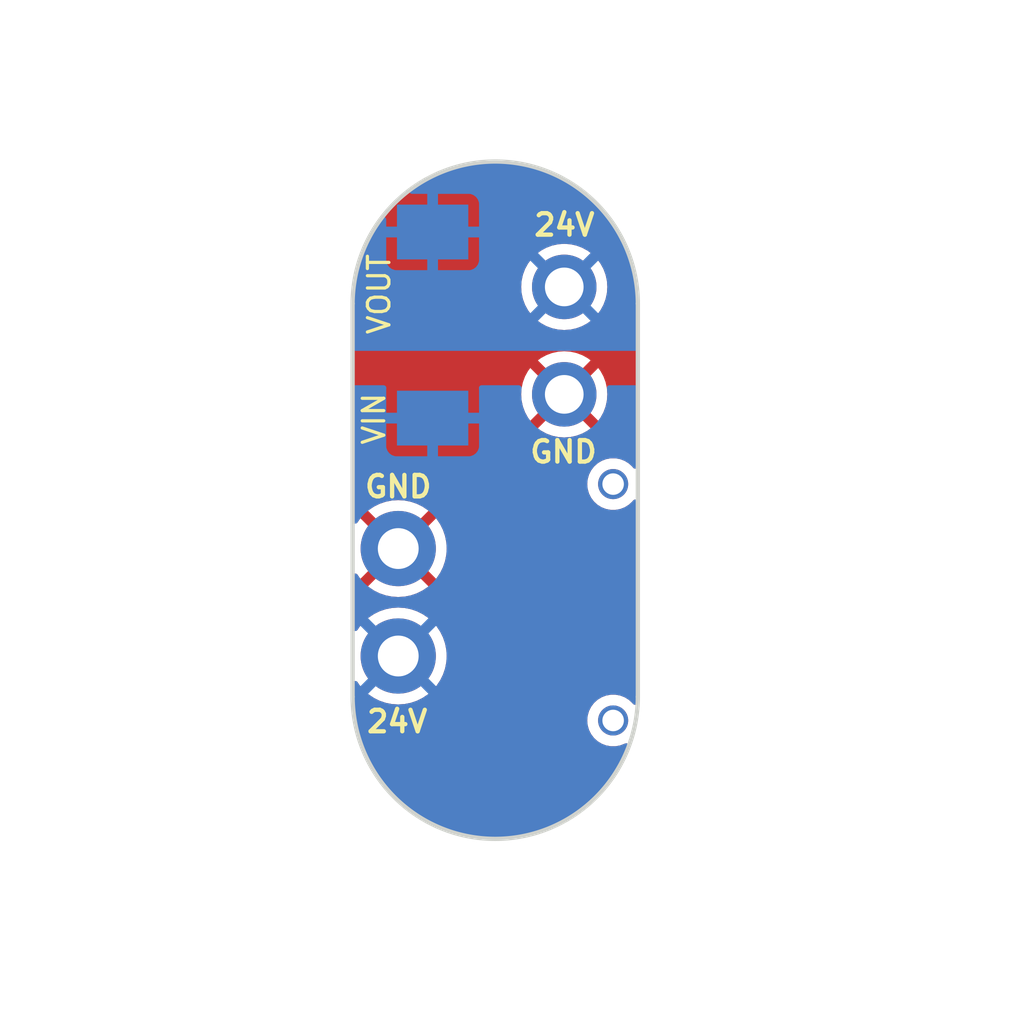
<source format=kicad_pcb>
(kicad_pcb (version 20221018) (generator pcbnew)
  (layers (0 "F.Cu" signal) (31 "B.Cu" signal) (34 "B.Paste" user) (35 "F.Paste" user) (36 "B.SilkS" user "B.Silkscreen") (37 "F.SilkS" user "F.Silkscreen") (38 "B.Mask" user) (39 "F.Mask" user) (44 "Edge.Cuts" user))
  (net 0 "")
  (net 1 "GND")
  (net 2 "+24V")
  (net 3 "+BATT")
  (footprint "xt30:AMASS_XT30PW-M_1x02_P2.50mm_Horizontal" (layer "B.Cu") (at -37 65.4 90)
    (fp_text reference "J1" hide)
    (fp_text value "Conn_01x02_Socket" hide)
    (pad "" thru_hole circle (at -8 10 90) (size 1.4 1.4) (drill 1) (layers "*.Cu" "*.Mask"))
    (pad "" thru_hole circle (at 3 10 90) (size 1.4 1.4) (drill 1) (layers "*.Cu" "*.Mask"))
    (pad "1" thru_hole circle (at 0 0 90) (size 3.5 3.5) (drill 1.9) (layers "*.Cu" "*.Mask") (net 1 "GND"))
    (pad "2" thru_hole circle (at -5 0 90) (size 3.5 3.5) (drill 1.9) (layers "*.Cu" "*.Mask") (net 3 "+BATT"))
  )
  (footprint "xt30:AMASS_XT30UPB-F_1x02_P5.0mm_Vertical" (layer "B.Cu") (at -29.275 58.225 90)
    (fp_text reference "J2" hide)
    (fp_text value "Conn_01x02_Pin" hide)
    (pad "1" thru_hole circle (at 0 0 90) (size 3 3) (drill 1.8) (layers "*.Cu" "*.Mask") (net 1 "GND"))
    (pad "2" thru_hole circle (at 5 0 90) (size 3 3) (drill 1.8) (layers "*.Cu" "*.Mask") (net 2 "+24V"))
  )
  (footprint "smd sicherung:FUSC10131X330N" (layer "B.Cu") (at -35.4 55 90)
    (fp_text reference "F1" hide)
    (fp_text value "SF-3812F3500T-2" hide)
    (pad "1" smd rect (at -4.33 0 90) (size 2.55 3.32) (layers "B.Cu" "B.Paste" "B.Mask") (net 3 "+BATT"))
    (pad "2" smd rect (at 4.33 0 90) (size 2.55 3.32) (layers "B.Cu" "B.Paste" "B.Mask") (net 2 "+24V"))
  )
  (gr_arc (start -25.85 72.298683) (mid -32.48626 78.934943) (end -39.122521 72.298683) (stroke (width 0.2)) (layer "Edge.Cuts"))
  (gr_line (start -39.122521 54) (end -39.122521 72.298683) (stroke (width 0.2)) (layer "Edge.Cuts"))
  (gr_line (start -25.85 72.298683) (end -25.85 54) (stroke (width 0.2)) (layer "Edge.Cuts"))
  (gr_arc (start -39.122521 54) (mid -32.486261 47.36374) (end -25.85 54) (stroke (width 0.2)) (layer "Edge.Cuts"))
  (gr_text "24V" (at -29.27 50.34) (layer "F.SilkS") (effects (font (size 1 1) (thickness 0.2) bold)))
  (gr_text "VOUT" (at -37.89 53.56 90) (layer "F.SilkS") (effects (font (size 1 1))))
  (gr_text "GND" (at -29.31 60.9) (layer "F.SilkS") (effects (font (size 1 1) (thickness 0.2) bold)))
  (gr_text "VIN" (at -38.13 59.36 90) (layer "F.SilkS") (effects (font (size 1 1))))
  (gr_text "24V" (at -37.05 73.45) (layer "F.SilkS") (effects (font (size 1 1) (thickness 0.2) bold)))
  (gr_text "GND" (at -37 62.52) (layer "F.SilkS") (effects (font (size 1 1) (thickness 0.2) bold)))
  (zone (net 1) (net_name "GND") (layer "F.Cu") (connect_pads (clearance 0.5)) (min_thickness 0.25) (fill yes (thermal_gap 0.5) (thermal_bridge_width 0.5))
    (polygon (pts (xy -7.868508 63.7) (xy -7.888341 62.727947) (xy -7.947805 61.757512) (xy -8.046803 60.79031) (xy -8.18517 59.827951) (xy -8.362674 58.872037) (xy -8.579021 57.924158) (xy -8.833851 56.985893) (xy -9.126739 56.058802) (xy -9.457198 55.14443) (xy -9.824678 54.244298) (xy -10.228568 53.359903) (xy -10.668194 52.492719) (xy -11.142826 51.644188) (xy -11.651673 50.815723) (xy -12.193889 50.008702) (xy -12.768571 49.224469) (xy -13.374762 48.46433) (xy -14.011453 47.729548) (xy -14.677586 47.021348) (xy -15.372051 46.340908) (xy -16.093692 45.68936) (xy -16.841308 45.067789) (xy -17.613655 44.47723) (xy -18.409447 43.918665) (xy -19.22736 43.393024) (xy -20.066033 42.901182) (xy -20.924069 42.443958) (xy -21.80004 42.022112) (xy -22.69249 41.636347) (xy -23.599931 41.287305) (xy -24.520854 40.975567) (xy -25.453726 40.701651) (xy -26.396994 40.466013) (xy -27.349089 40.269046) (xy -28.308425 40.111078) (xy -29.273406 39.992371) (xy -30.242426 39.913124) (xy -31.213872 39.873467) (xy -32.186128 39.873467) (xy -33.157574 39.913124) (xy -34.126594 39.992371) (xy -35.091575 40.111078) (xy -36.050911 40.269046) (xy -37.003006 40.466013) (xy -37.946274 40.701651) (xy -38.879146 40.975567) (xy -39.800069 41.287305) (xy -40.70751 41.636347) (xy -41.59996 42.022112) (xy -42.475931 42.443958) (xy -43.333967 42.901182) (xy -44.17264 43.393024) (xy -44.990553 43.918665) (xy -45.786345 44.47723) (xy -46.558692 45.067789) (xy -47.306308 45.68936) (xy -48.027949 46.340908) (xy -48.722414 47.021348) (xy -49.388547 47.729548) (xy -50.025238 48.46433) (xy -50.631429 49.224469) (xy -51.206111 50.008702) (xy -51.748327 50.815723) (xy -52.257174 51.644188) (xy -52.731806 52.492719) (xy -53.171432 53.359903) (xy -53.575322 54.244298) (xy -53.942802 55.14443) (xy -54.273261 56.058802) (xy -54.566149 56.985893) (xy -54.820979 57.924158) (xy -55.037326 58.872037) (xy -55.21483 59.827951) (xy -55.353197 60.79031) (xy -55.452195 61.757512) (xy -55.511659 62.727947) (xy -55.531492 63.7) (xy -55.511659 64.672053) (xy -55.452195 65.642488) (xy -55.353197 66.60969) (xy -55.21483 67.572049) (xy -55.037326 68.527963) (xy -54.820979 69.475842) (xy -54.566149 70.414107) (xy -54.273261 71.341198) (xy -53.942802 72.25557) (xy -53.575322 73.155702) (xy -53.171432 74.040097) (xy -52.731806 74.907281) (xy -52.257174 75.755812) (xy -51.748327 76.584277) (xy -51.206111 77.391298) (xy -50.631429 78.175531) (xy -50.025238 78.93567) (xy -49.388547 79.670452) (xy -48.722414 80.378652) (xy -48.027949 81.059092) (xy -47.306308 81.71064) (xy -46.558692 82.332211) (xy -45.786345 82.92277) (xy -44.990553 83.481335) (xy -44.17264 84.006976) (xy -43.333967 84.498818) (xy -42.475931 84.956042) (xy -41.59996 85.377888) (xy -40.70751 85.763653) (xy -39.800069 86.112695) (xy -38.879146 86.424433) (xy -37.946274 86.698349) (xy -37.003006 86.933987) (xy -36.050911 87.130954) (xy -35.091575 87.288922) (xy -34.126594 87.407629) (xy -33.157574 87.486876) (xy -32.186128 87.526533) (xy -31.213872 87.526533) (xy -30.242426 87.486876) (xy -29.273406 87.407629) (xy -28.308425 87.288922) (xy -27.349089 87.130954) (xy -26.396994 86.933987) (xy -25.453726 86.698349) (xy -24.520854 86.424433) (xy -23.599931 86.112695) (xy -22.69249 85.763653) (xy -21.80004 85.377888) (xy -20.924069 84.956042) (xy -20.066033 84.498818) (xy -19.22736 84.006976) (xy -18.409447 83.481335) (xy -17.613655 82.92277) (xy -16.841308 82.332211) (xy -16.093692 81.71064) (xy -15.372051 81.059092) (xy -14.677586 80.378652) (xy -14.011453 79.670452) (xy -13.374762 78.93567) (xy -12.768571 78.175531) (xy -12.193889 77.391298) (xy -11.651673 76.584277) (xy -11.142826 75.755812) (xy -10.668194 74.907281) (xy -10.228568 74.040097) (xy -9.824678 73.155702) (xy -9.457198 72.25557) (xy -9.126739 71.341198) (xy -8.833851 70.414107) (xy -8.579021 69.475842) (xy -8.362674 68.527963) (xy -8.18517 67.572049) (xy -8.046803 66.60969) (xy -7.947805 65.642488) (xy -7.888341 64.672053)))
  )
  (zone (net 3) (net_name "+BATT") (layer "B.Cu") (connect_pads (clearance 0.5)) (min_thickness 0.25) (fill yes (thermal_gap 0.5) (thermal_bridge_width 0.5))
    (polygon (pts (xy -45.4 57.8) (xy -20.3 57.8) (xy -20.3 79.9) (xy -45.4 79.9)))
  )
  (zone (net 2) (net_name "+24V") (layer "B.Cu") (connect_pads (clearance 0.5)) (min_thickness 0.25) (fill yes (thermal_gap 0.5) (thermal_bridge_width 0.5))
    (polygon (pts (xy -45.3 43.9) (xy -20.3 43.9) (xy -20.3 56.2) (xy -45.3 56.2)))
  )
)
</source>
